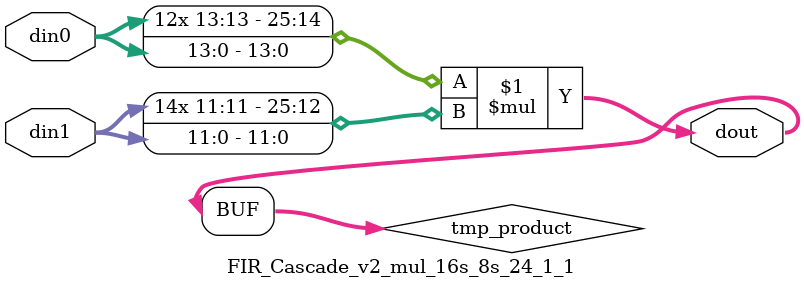
<source format=v>

`timescale 1 ns / 1 ps

 module FIR_Cascade_v2_mul_16s_8s_24_1_1(din0, din1, dout);
parameter ID = 1;
parameter NUM_STAGE = 0;
parameter din0_WIDTH = 14;
parameter din1_WIDTH = 12;
parameter dout_WIDTH = 26;

input [din0_WIDTH - 1 : 0] din0; 
input [din1_WIDTH - 1 : 0] din1; 
output [dout_WIDTH - 1 : 0] dout;

wire signed [dout_WIDTH - 1 : 0] tmp_product;



























assign tmp_product = $signed(din0) * $signed(din1);








assign dout = tmp_product;





















endmodule

</source>
